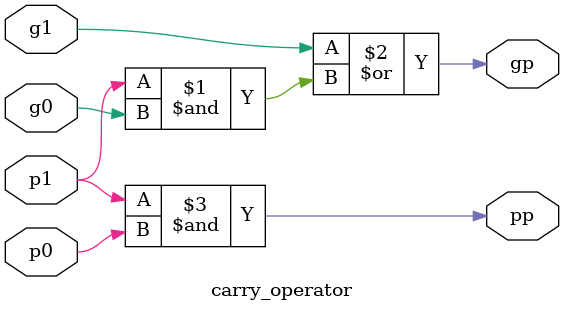
<source format=v>
`define CARRY_OPERATOR

module carry_operator(g1, p1, g0, p0, gp, pp);
	input g0;
	input p0;
	input g1;
	input p1;

	output gp;
	output pp;

   	assign gp = g1 | (p1 & g0);
   	assign pp = p1 & p0;
endmodule

</source>
